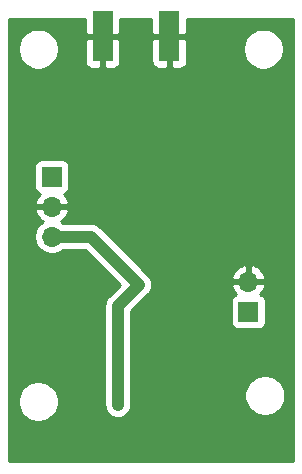
<source format=gbr>
%TF.GenerationSoftware,KiCad,Pcbnew,(5.1.9)-1*%
%TF.CreationDate,2021-03-18T19:40:28-04:00*%
%TF.ProjectId,PowerDetector,506f7765-7244-4657-9465-63746f722e6b,rev?*%
%TF.SameCoordinates,Original*%
%TF.FileFunction,Copper,L2,Bot*%
%TF.FilePolarity,Positive*%
%FSLAX46Y46*%
G04 Gerber Fmt 4.6, Leading zero omitted, Abs format (unit mm)*
G04 Created by KiCad (PCBNEW (5.1.9)-1) date 2021-03-18 19:40:28*
%MOMM*%
%LPD*%
G01*
G04 APERTURE LIST*
%TA.AperFunction,SMDPad,CuDef*%
%ADD10R,1.750000X4.200000*%
%TD*%
%TA.AperFunction,ComponentPad*%
%ADD11O,1.700000X1.700000*%
%TD*%
%TA.AperFunction,ComponentPad*%
%ADD12R,1.700000X1.700000*%
%TD*%
%TA.AperFunction,ViaPad*%
%ADD13C,0.800000*%
%TD*%
%TA.AperFunction,Conductor*%
%ADD14C,1.000000*%
%TD*%
%TA.AperFunction,Conductor*%
%ADD15C,0.500000*%
%TD*%
%TA.AperFunction,Conductor*%
%ADD16C,0.254000*%
%TD*%
%TA.AperFunction,Conductor*%
%ADD17C,0.100000*%
%TD*%
G04 APERTURE END LIST*
D10*
%TO.P,J1,3_2*%
%TO.N,GND*%
X115285000Y-75765000D03*
%TO.P,J1,2_2*%
X120935000Y-75765000D03*
%TD*%
D11*
%TO.P,J4,2*%
%TO.N,GND*%
X127635000Y-96520000D03*
D12*
%TO.P,J4,1*%
%TO.N,Net-(J4-Pad1)*%
X127635000Y-99060000D03*
%TD*%
D11*
%TO.P,J2,3*%
%TO.N,VEE*%
X110998000Y-92710000D03*
%TO.P,J2,2*%
%TO.N,GND*%
X110998000Y-90170000D03*
D12*
%TO.P,J2,1*%
%TO.N,VCC*%
X110998000Y-87630000D03*
%TD*%
D13*
%TO.N,GND*%
X118237000Y-93472000D03*
X108564877Y-79473550D03*
X108564877Y-83473550D03*
X108564877Y-87473550D03*
X108564877Y-91473550D03*
X108564877Y-95473550D03*
X108564877Y-102473550D03*
X108564877Y-109473550D03*
X110564877Y-81473550D03*
X111564877Y-84473550D03*
X111564877Y-96473550D03*
X111564877Y-110473550D03*
X112564877Y-75473550D03*
X112564877Y-79473550D03*
X112564877Y-107473550D03*
X113564877Y-82473550D03*
X113564877Y-89473550D03*
X114564877Y-85473550D03*
X114564877Y-109473550D03*
X115564877Y-80473550D03*
X117564877Y-110473550D03*
X119564877Y-79473550D03*
X120564877Y-82473550D03*
X120564877Y-109473550D03*
X121564877Y-95473550D03*
X122564877Y-80473550D03*
X122564877Y-84473550D03*
X123564877Y-75473550D03*
X123564877Y-105473550D03*
X123564877Y-110473550D03*
X124564877Y-78473550D03*
X124564877Y-82473550D03*
X124564877Y-86473550D03*
X124564877Y-96473550D03*
X125564877Y-103473550D03*
X125564877Y-107473550D03*
X126564877Y-80473550D03*
X126564877Y-84473550D03*
X127564877Y-87473550D03*
X127564877Y-91473550D03*
X127564877Y-101473550D03*
X127564877Y-109473550D03*
X128564877Y-82473550D03*
X128564877Y-94473550D03*
X129564877Y-79473550D03*
X129564877Y-85473550D03*
X129564877Y-89473550D03*
X129564877Y-103473550D03*
%TO.N,VEE*%
X116586000Y-106934000D03*
X118364000Y-96774000D03*
%TD*%
D14*
%TO.N,VEE*%
X116586000Y-106934000D02*
X116586000Y-98552000D01*
X116586000Y-98552000D02*
X118364000Y-96774000D01*
D15*
X118364000Y-96774000D02*
X118364000Y-96774000D01*
D14*
X116586000Y-106934000D02*
X116586000Y-105156000D01*
X114300000Y-92710000D02*
X118364000Y-96774000D01*
X110998000Y-92710000D02*
X114300000Y-92710000D01*
%TD*%
D16*
%TO.N,GND*%
X113775000Y-75479250D02*
X113933750Y-75638000D01*
X115158000Y-75638000D01*
X115158000Y-75618000D01*
X115412000Y-75618000D01*
X115412000Y-75638000D01*
X116636250Y-75638000D01*
X116795000Y-75479250D01*
X116796963Y-74320000D01*
X119423037Y-74320000D01*
X119425000Y-75479250D01*
X119583750Y-75638000D01*
X120808000Y-75638000D01*
X120808000Y-75618000D01*
X121062000Y-75618000D01*
X121062000Y-75638000D01*
X122286250Y-75638000D01*
X122445000Y-75479250D01*
X122446963Y-74320000D01*
X131420001Y-74320000D01*
X131420000Y-111735000D01*
X107340000Y-111735000D01*
X107340000Y-106509117D01*
X108120000Y-106509117D01*
X108120000Y-106850883D01*
X108186675Y-107186081D01*
X108317463Y-107501831D01*
X108507337Y-107785998D01*
X108749002Y-108027663D01*
X109033169Y-108217537D01*
X109348919Y-108348325D01*
X109684117Y-108415000D01*
X110025883Y-108415000D01*
X110361081Y-108348325D01*
X110676831Y-108217537D01*
X110960998Y-108027663D01*
X111202663Y-107785998D01*
X111392537Y-107501831D01*
X111523325Y-107186081D01*
X111590000Y-106850883D01*
X111590000Y-106509117D01*
X111523325Y-106173919D01*
X111392537Y-105858169D01*
X111202663Y-105574002D01*
X110960998Y-105332337D01*
X110676831Y-105142463D01*
X110361081Y-105011675D01*
X110025883Y-104945000D01*
X109684117Y-104945000D01*
X109348919Y-105011675D01*
X109033169Y-105142463D01*
X108749002Y-105332337D01*
X108507337Y-105574002D01*
X108317463Y-105858169D01*
X108186675Y-106173919D01*
X108120000Y-106509117D01*
X107340000Y-106509117D01*
X107340000Y-92563740D01*
X109513000Y-92563740D01*
X109513000Y-92856260D01*
X109570068Y-93143158D01*
X109682010Y-93413411D01*
X109844525Y-93656632D01*
X110051368Y-93863475D01*
X110294589Y-94025990D01*
X110564842Y-94137932D01*
X110851740Y-94195000D01*
X111144260Y-94195000D01*
X111431158Y-94137932D01*
X111701411Y-94025990D01*
X111944632Y-93863475D01*
X111963107Y-93845000D01*
X113829869Y-93845000D01*
X116758868Y-96774000D01*
X115822860Y-97710009D01*
X115779552Y-97745551D01*
X115637717Y-97918377D01*
X115581384Y-98023770D01*
X115532324Y-98115554D01*
X115467423Y-98329502D01*
X115445509Y-98552000D01*
X115451001Y-98607761D01*
X115451000Y-106989751D01*
X115467423Y-107156498D01*
X115532324Y-107370446D01*
X115637716Y-107567623D01*
X115779551Y-107740449D01*
X115952377Y-107882284D01*
X116149553Y-107987676D01*
X116363501Y-108052577D01*
X116586000Y-108074491D01*
X116808498Y-108052577D01*
X117022446Y-107987676D01*
X117219623Y-107882284D01*
X117392449Y-107740449D01*
X117534284Y-107567623D01*
X117639676Y-107370447D01*
X117704577Y-107156499D01*
X117721000Y-106989752D01*
X117721000Y-106001117D01*
X127297000Y-106001117D01*
X127297000Y-106342883D01*
X127363675Y-106678081D01*
X127494463Y-106993831D01*
X127684337Y-107277998D01*
X127926002Y-107519663D01*
X128210169Y-107709537D01*
X128525919Y-107840325D01*
X128861117Y-107907000D01*
X129202883Y-107907000D01*
X129538081Y-107840325D01*
X129853831Y-107709537D01*
X130137998Y-107519663D01*
X130379663Y-107277998D01*
X130569537Y-106993831D01*
X130700325Y-106678081D01*
X130767000Y-106342883D01*
X130767000Y-106001117D01*
X130700325Y-105665919D01*
X130569537Y-105350169D01*
X130379663Y-105066002D01*
X130137998Y-104824337D01*
X129853831Y-104634463D01*
X129538081Y-104503675D01*
X129202883Y-104437000D01*
X128861117Y-104437000D01*
X128525919Y-104503675D01*
X128210169Y-104634463D01*
X127926002Y-104824337D01*
X127684337Y-105066002D01*
X127494463Y-105350169D01*
X127363675Y-105665919D01*
X127297000Y-106001117D01*
X117721000Y-106001117D01*
X117721000Y-99022131D01*
X118533132Y-98210000D01*
X126146928Y-98210000D01*
X126146928Y-99910000D01*
X126159188Y-100034482D01*
X126195498Y-100154180D01*
X126254463Y-100264494D01*
X126333815Y-100361185D01*
X126430506Y-100440537D01*
X126540820Y-100499502D01*
X126660518Y-100535812D01*
X126785000Y-100548072D01*
X128485000Y-100548072D01*
X128609482Y-100535812D01*
X128729180Y-100499502D01*
X128839494Y-100440537D01*
X128936185Y-100361185D01*
X129015537Y-100264494D01*
X129074502Y-100154180D01*
X129110812Y-100034482D01*
X129123072Y-99910000D01*
X129123072Y-98210000D01*
X129110812Y-98085518D01*
X129074502Y-97965820D01*
X129015537Y-97855506D01*
X128936185Y-97758815D01*
X128839494Y-97679463D01*
X128729180Y-97620498D01*
X128648534Y-97596034D01*
X128732588Y-97520269D01*
X128906641Y-97286920D01*
X129031825Y-97024099D01*
X129076476Y-96876890D01*
X128955155Y-96647000D01*
X127762000Y-96647000D01*
X127762000Y-96667000D01*
X127508000Y-96667000D01*
X127508000Y-96647000D01*
X126314845Y-96647000D01*
X126193524Y-96876890D01*
X126238175Y-97024099D01*
X126363359Y-97286920D01*
X126537412Y-97520269D01*
X126621466Y-97596034D01*
X126540820Y-97620498D01*
X126430506Y-97679463D01*
X126333815Y-97758815D01*
X126254463Y-97855506D01*
X126195498Y-97965820D01*
X126159188Y-98085518D01*
X126146928Y-98210000D01*
X118533132Y-98210000D01*
X119127156Y-97615977D01*
X119170448Y-97580448D01*
X119205977Y-97537156D01*
X119205989Y-97537144D01*
X119312284Y-97407623D01*
X119417676Y-97210447D01*
X119482577Y-96996499D01*
X119504491Y-96774000D01*
X119482577Y-96551501D01*
X119417676Y-96337553D01*
X119324435Y-96163110D01*
X126193524Y-96163110D01*
X126314845Y-96393000D01*
X127508000Y-96393000D01*
X127508000Y-95199186D01*
X127762000Y-95199186D01*
X127762000Y-96393000D01*
X128955155Y-96393000D01*
X129076476Y-96163110D01*
X129031825Y-96015901D01*
X128906641Y-95753080D01*
X128732588Y-95519731D01*
X128516355Y-95324822D01*
X128266252Y-95175843D01*
X127991891Y-95078519D01*
X127762000Y-95199186D01*
X127508000Y-95199186D01*
X127278109Y-95078519D01*
X127003748Y-95175843D01*
X126753645Y-95324822D01*
X126537412Y-95519731D01*
X126363359Y-95753080D01*
X126238175Y-96015901D01*
X126193524Y-96163110D01*
X119324435Y-96163110D01*
X119312284Y-96140377D01*
X119170449Y-95967551D01*
X119127141Y-95932009D01*
X115141996Y-91946865D01*
X115106449Y-91903551D01*
X114933623Y-91761716D01*
X114736447Y-91656324D01*
X114522499Y-91591423D01*
X114355752Y-91575000D01*
X114355751Y-91575000D01*
X114300000Y-91569509D01*
X114244249Y-91575000D01*
X111963107Y-91575000D01*
X111944632Y-91556525D01*
X111762466Y-91434805D01*
X111879355Y-91365178D01*
X112095588Y-91170269D01*
X112269641Y-90936920D01*
X112394825Y-90674099D01*
X112439476Y-90526890D01*
X112318155Y-90297000D01*
X111125000Y-90297000D01*
X111125000Y-90317000D01*
X110871000Y-90317000D01*
X110871000Y-90297000D01*
X109677845Y-90297000D01*
X109556524Y-90526890D01*
X109601175Y-90674099D01*
X109726359Y-90936920D01*
X109900412Y-91170269D01*
X110116645Y-91365178D01*
X110233534Y-91434805D01*
X110051368Y-91556525D01*
X109844525Y-91763368D01*
X109682010Y-92006589D01*
X109570068Y-92276842D01*
X109513000Y-92563740D01*
X107340000Y-92563740D01*
X107340000Y-86780000D01*
X109509928Y-86780000D01*
X109509928Y-88480000D01*
X109522188Y-88604482D01*
X109558498Y-88724180D01*
X109617463Y-88834494D01*
X109696815Y-88931185D01*
X109793506Y-89010537D01*
X109903820Y-89069502D01*
X109984466Y-89093966D01*
X109900412Y-89169731D01*
X109726359Y-89403080D01*
X109601175Y-89665901D01*
X109556524Y-89813110D01*
X109677845Y-90043000D01*
X110871000Y-90043000D01*
X110871000Y-90023000D01*
X111125000Y-90023000D01*
X111125000Y-90043000D01*
X112318155Y-90043000D01*
X112439476Y-89813110D01*
X112394825Y-89665901D01*
X112269641Y-89403080D01*
X112095588Y-89169731D01*
X112011534Y-89093966D01*
X112092180Y-89069502D01*
X112202494Y-89010537D01*
X112299185Y-88931185D01*
X112378537Y-88834494D01*
X112437502Y-88724180D01*
X112473812Y-88604482D01*
X112486072Y-88480000D01*
X112486072Y-86780000D01*
X112473812Y-86655518D01*
X112437502Y-86535820D01*
X112378537Y-86425506D01*
X112299185Y-86328815D01*
X112202494Y-86249463D01*
X112092180Y-86190498D01*
X111972482Y-86154188D01*
X111848000Y-86141928D01*
X110148000Y-86141928D01*
X110023518Y-86154188D01*
X109903820Y-86190498D01*
X109793506Y-86249463D01*
X109696815Y-86328815D01*
X109617463Y-86425506D01*
X109558498Y-86535820D01*
X109522188Y-86655518D01*
X109509928Y-86780000D01*
X107340000Y-86780000D01*
X107340000Y-76664117D01*
X108120000Y-76664117D01*
X108120000Y-77005883D01*
X108186675Y-77341081D01*
X108317463Y-77656831D01*
X108507337Y-77940998D01*
X108749002Y-78182663D01*
X109033169Y-78372537D01*
X109348919Y-78503325D01*
X109684117Y-78570000D01*
X110025883Y-78570000D01*
X110361081Y-78503325D01*
X110676831Y-78372537D01*
X110960998Y-78182663D01*
X111202663Y-77940998D01*
X111253443Y-77865000D01*
X113771928Y-77865000D01*
X113784188Y-77989482D01*
X113820498Y-78109180D01*
X113879463Y-78219494D01*
X113958815Y-78316185D01*
X114055506Y-78395537D01*
X114165820Y-78454502D01*
X114285518Y-78490812D01*
X114410000Y-78503072D01*
X114999250Y-78500000D01*
X115158000Y-78341250D01*
X115158000Y-75892000D01*
X115412000Y-75892000D01*
X115412000Y-78341250D01*
X115570750Y-78500000D01*
X116160000Y-78503072D01*
X116284482Y-78490812D01*
X116404180Y-78454502D01*
X116514494Y-78395537D01*
X116611185Y-78316185D01*
X116690537Y-78219494D01*
X116749502Y-78109180D01*
X116785812Y-77989482D01*
X116798072Y-77865000D01*
X119421928Y-77865000D01*
X119434188Y-77989482D01*
X119470498Y-78109180D01*
X119529463Y-78219494D01*
X119608815Y-78316185D01*
X119705506Y-78395537D01*
X119815820Y-78454502D01*
X119935518Y-78490812D01*
X120060000Y-78503072D01*
X120649250Y-78500000D01*
X120808000Y-78341250D01*
X120808000Y-75892000D01*
X121062000Y-75892000D01*
X121062000Y-78341250D01*
X121220750Y-78500000D01*
X121810000Y-78503072D01*
X121934482Y-78490812D01*
X122054180Y-78454502D01*
X122164494Y-78395537D01*
X122261185Y-78316185D01*
X122340537Y-78219494D01*
X122399502Y-78109180D01*
X122435812Y-77989482D01*
X122448072Y-77865000D01*
X122446039Y-76664117D01*
X127170000Y-76664117D01*
X127170000Y-77005883D01*
X127236675Y-77341081D01*
X127367463Y-77656831D01*
X127557337Y-77940998D01*
X127799002Y-78182663D01*
X128083169Y-78372537D01*
X128398919Y-78503325D01*
X128734117Y-78570000D01*
X129075883Y-78570000D01*
X129411081Y-78503325D01*
X129726831Y-78372537D01*
X130010998Y-78182663D01*
X130252663Y-77940998D01*
X130442537Y-77656831D01*
X130573325Y-77341081D01*
X130640000Y-77005883D01*
X130640000Y-76664117D01*
X130573325Y-76328919D01*
X130442537Y-76013169D01*
X130252663Y-75729002D01*
X130010998Y-75487337D01*
X129726831Y-75297463D01*
X129411081Y-75166675D01*
X129075883Y-75100000D01*
X128734117Y-75100000D01*
X128398919Y-75166675D01*
X128083169Y-75297463D01*
X127799002Y-75487337D01*
X127557337Y-75729002D01*
X127367463Y-76013169D01*
X127236675Y-76328919D01*
X127170000Y-76664117D01*
X122446039Y-76664117D01*
X122445000Y-76050750D01*
X122286250Y-75892000D01*
X121062000Y-75892000D01*
X120808000Y-75892000D01*
X119583750Y-75892000D01*
X119425000Y-76050750D01*
X119421928Y-77865000D01*
X116798072Y-77865000D01*
X116795000Y-76050750D01*
X116636250Y-75892000D01*
X115412000Y-75892000D01*
X115158000Y-75892000D01*
X113933750Y-75892000D01*
X113775000Y-76050750D01*
X113771928Y-77865000D01*
X111253443Y-77865000D01*
X111392537Y-77656831D01*
X111523325Y-77341081D01*
X111590000Y-77005883D01*
X111590000Y-76664117D01*
X111523325Y-76328919D01*
X111392537Y-76013169D01*
X111202663Y-75729002D01*
X110960998Y-75487337D01*
X110676831Y-75297463D01*
X110361081Y-75166675D01*
X110025883Y-75100000D01*
X109684117Y-75100000D01*
X109348919Y-75166675D01*
X109033169Y-75297463D01*
X108749002Y-75487337D01*
X108507337Y-75729002D01*
X108317463Y-76013169D01*
X108186675Y-76328919D01*
X108120000Y-76664117D01*
X107340000Y-76664117D01*
X107340000Y-74320000D01*
X113773037Y-74320000D01*
X113775000Y-75479250D01*
%TA.AperFunction,Conductor*%
D17*
G36*
X113775000Y-75479250D02*
G01*
X113933750Y-75638000D01*
X115158000Y-75638000D01*
X115158000Y-75618000D01*
X115412000Y-75618000D01*
X115412000Y-75638000D01*
X116636250Y-75638000D01*
X116795000Y-75479250D01*
X116796963Y-74320000D01*
X119423037Y-74320000D01*
X119425000Y-75479250D01*
X119583750Y-75638000D01*
X120808000Y-75638000D01*
X120808000Y-75618000D01*
X121062000Y-75618000D01*
X121062000Y-75638000D01*
X122286250Y-75638000D01*
X122445000Y-75479250D01*
X122446963Y-74320000D01*
X131420001Y-74320000D01*
X131420000Y-111735000D01*
X107340000Y-111735000D01*
X107340000Y-106509117D01*
X108120000Y-106509117D01*
X108120000Y-106850883D01*
X108186675Y-107186081D01*
X108317463Y-107501831D01*
X108507337Y-107785998D01*
X108749002Y-108027663D01*
X109033169Y-108217537D01*
X109348919Y-108348325D01*
X109684117Y-108415000D01*
X110025883Y-108415000D01*
X110361081Y-108348325D01*
X110676831Y-108217537D01*
X110960998Y-108027663D01*
X111202663Y-107785998D01*
X111392537Y-107501831D01*
X111523325Y-107186081D01*
X111590000Y-106850883D01*
X111590000Y-106509117D01*
X111523325Y-106173919D01*
X111392537Y-105858169D01*
X111202663Y-105574002D01*
X110960998Y-105332337D01*
X110676831Y-105142463D01*
X110361081Y-105011675D01*
X110025883Y-104945000D01*
X109684117Y-104945000D01*
X109348919Y-105011675D01*
X109033169Y-105142463D01*
X108749002Y-105332337D01*
X108507337Y-105574002D01*
X108317463Y-105858169D01*
X108186675Y-106173919D01*
X108120000Y-106509117D01*
X107340000Y-106509117D01*
X107340000Y-92563740D01*
X109513000Y-92563740D01*
X109513000Y-92856260D01*
X109570068Y-93143158D01*
X109682010Y-93413411D01*
X109844525Y-93656632D01*
X110051368Y-93863475D01*
X110294589Y-94025990D01*
X110564842Y-94137932D01*
X110851740Y-94195000D01*
X111144260Y-94195000D01*
X111431158Y-94137932D01*
X111701411Y-94025990D01*
X111944632Y-93863475D01*
X111963107Y-93845000D01*
X113829869Y-93845000D01*
X116758868Y-96774000D01*
X115822860Y-97710009D01*
X115779552Y-97745551D01*
X115637717Y-97918377D01*
X115581384Y-98023770D01*
X115532324Y-98115554D01*
X115467423Y-98329502D01*
X115445509Y-98552000D01*
X115451001Y-98607761D01*
X115451000Y-106989751D01*
X115467423Y-107156498D01*
X115532324Y-107370446D01*
X115637716Y-107567623D01*
X115779551Y-107740449D01*
X115952377Y-107882284D01*
X116149553Y-107987676D01*
X116363501Y-108052577D01*
X116586000Y-108074491D01*
X116808498Y-108052577D01*
X117022446Y-107987676D01*
X117219623Y-107882284D01*
X117392449Y-107740449D01*
X117534284Y-107567623D01*
X117639676Y-107370447D01*
X117704577Y-107156499D01*
X117721000Y-106989752D01*
X117721000Y-106001117D01*
X127297000Y-106001117D01*
X127297000Y-106342883D01*
X127363675Y-106678081D01*
X127494463Y-106993831D01*
X127684337Y-107277998D01*
X127926002Y-107519663D01*
X128210169Y-107709537D01*
X128525919Y-107840325D01*
X128861117Y-107907000D01*
X129202883Y-107907000D01*
X129538081Y-107840325D01*
X129853831Y-107709537D01*
X130137998Y-107519663D01*
X130379663Y-107277998D01*
X130569537Y-106993831D01*
X130700325Y-106678081D01*
X130767000Y-106342883D01*
X130767000Y-106001117D01*
X130700325Y-105665919D01*
X130569537Y-105350169D01*
X130379663Y-105066002D01*
X130137998Y-104824337D01*
X129853831Y-104634463D01*
X129538081Y-104503675D01*
X129202883Y-104437000D01*
X128861117Y-104437000D01*
X128525919Y-104503675D01*
X128210169Y-104634463D01*
X127926002Y-104824337D01*
X127684337Y-105066002D01*
X127494463Y-105350169D01*
X127363675Y-105665919D01*
X127297000Y-106001117D01*
X117721000Y-106001117D01*
X117721000Y-99022131D01*
X118533132Y-98210000D01*
X126146928Y-98210000D01*
X126146928Y-99910000D01*
X126159188Y-100034482D01*
X126195498Y-100154180D01*
X126254463Y-100264494D01*
X126333815Y-100361185D01*
X126430506Y-100440537D01*
X126540820Y-100499502D01*
X126660518Y-100535812D01*
X126785000Y-100548072D01*
X128485000Y-100548072D01*
X128609482Y-100535812D01*
X128729180Y-100499502D01*
X128839494Y-100440537D01*
X128936185Y-100361185D01*
X129015537Y-100264494D01*
X129074502Y-100154180D01*
X129110812Y-100034482D01*
X129123072Y-99910000D01*
X129123072Y-98210000D01*
X129110812Y-98085518D01*
X129074502Y-97965820D01*
X129015537Y-97855506D01*
X128936185Y-97758815D01*
X128839494Y-97679463D01*
X128729180Y-97620498D01*
X128648534Y-97596034D01*
X128732588Y-97520269D01*
X128906641Y-97286920D01*
X129031825Y-97024099D01*
X129076476Y-96876890D01*
X128955155Y-96647000D01*
X127762000Y-96647000D01*
X127762000Y-96667000D01*
X127508000Y-96667000D01*
X127508000Y-96647000D01*
X126314845Y-96647000D01*
X126193524Y-96876890D01*
X126238175Y-97024099D01*
X126363359Y-97286920D01*
X126537412Y-97520269D01*
X126621466Y-97596034D01*
X126540820Y-97620498D01*
X126430506Y-97679463D01*
X126333815Y-97758815D01*
X126254463Y-97855506D01*
X126195498Y-97965820D01*
X126159188Y-98085518D01*
X126146928Y-98210000D01*
X118533132Y-98210000D01*
X119127156Y-97615977D01*
X119170448Y-97580448D01*
X119205977Y-97537156D01*
X119205989Y-97537144D01*
X119312284Y-97407623D01*
X119417676Y-97210447D01*
X119482577Y-96996499D01*
X119504491Y-96774000D01*
X119482577Y-96551501D01*
X119417676Y-96337553D01*
X119324435Y-96163110D01*
X126193524Y-96163110D01*
X126314845Y-96393000D01*
X127508000Y-96393000D01*
X127508000Y-95199186D01*
X127762000Y-95199186D01*
X127762000Y-96393000D01*
X128955155Y-96393000D01*
X129076476Y-96163110D01*
X129031825Y-96015901D01*
X128906641Y-95753080D01*
X128732588Y-95519731D01*
X128516355Y-95324822D01*
X128266252Y-95175843D01*
X127991891Y-95078519D01*
X127762000Y-95199186D01*
X127508000Y-95199186D01*
X127278109Y-95078519D01*
X127003748Y-95175843D01*
X126753645Y-95324822D01*
X126537412Y-95519731D01*
X126363359Y-95753080D01*
X126238175Y-96015901D01*
X126193524Y-96163110D01*
X119324435Y-96163110D01*
X119312284Y-96140377D01*
X119170449Y-95967551D01*
X119127141Y-95932009D01*
X115141996Y-91946865D01*
X115106449Y-91903551D01*
X114933623Y-91761716D01*
X114736447Y-91656324D01*
X114522499Y-91591423D01*
X114355752Y-91575000D01*
X114355751Y-91575000D01*
X114300000Y-91569509D01*
X114244249Y-91575000D01*
X111963107Y-91575000D01*
X111944632Y-91556525D01*
X111762466Y-91434805D01*
X111879355Y-91365178D01*
X112095588Y-91170269D01*
X112269641Y-90936920D01*
X112394825Y-90674099D01*
X112439476Y-90526890D01*
X112318155Y-90297000D01*
X111125000Y-90297000D01*
X111125000Y-90317000D01*
X110871000Y-90317000D01*
X110871000Y-90297000D01*
X109677845Y-90297000D01*
X109556524Y-90526890D01*
X109601175Y-90674099D01*
X109726359Y-90936920D01*
X109900412Y-91170269D01*
X110116645Y-91365178D01*
X110233534Y-91434805D01*
X110051368Y-91556525D01*
X109844525Y-91763368D01*
X109682010Y-92006589D01*
X109570068Y-92276842D01*
X109513000Y-92563740D01*
X107340000Y-92563740D01*
X107340000Y-86780000D01*
X109509928Y-86780000D01*
X109509928Y-88480000D01*
X109522188Y-88604482D01*
X109558498Y-88724180D01*
X109617463Y-88834494D01*
X109696815Y-88931185D01*
X109793506Y-89010537D01*
X109903820Y-89069502D01*
X109984466Y-89093966D01*
X109900412Y-89169731D01*
X109726359Y-89403080D01*
X109601175Y-89665901D01*
X109556524Y-89813110D01*
X109677845Y-90043000D01*
X110871000Y-90043000D01*
X110871000Y-90023000D01*
X111125000Y-90023000D01*
X111125000Y-90043000D01*
X112318155Y-90043000D01*
X112439476Y-89813110D01*
X112394825Y-89665901D01*
X112269641Y-89403080D01*
X112095588Y-89169731D01*
X112011534Y-89093966D01*
X112092180Y-89069502D01*
X112202494Y-89010537D01*
X112299185Y-88931185D01*
X112378537Y-88834494D01*
X112437502Y-88724180D01*
X112473812Y-88604482D01*
X112486072Y-88480000D01*
X112486072Y-86780000D01*
X112473812Y-86655518D01*
X112437502Y-86535820D01*
X112378537Y-86425506D01*
X112299185Y-86328815D01*
X112202494Y-86249463D01*
X112092180Y-86190498D01*
X111972482Y-86154188D01*
X111848000Y-86141928D01*
X110148000Y-86141928D01*
X110023518Y-86154188D01*
X109903820Y-86190498D01*
X109793506Y-86249463D01*
X109696815Y-86328815D01*
X109617463Y-86425506D01*
X109558498Y-86535820D01*
X109522188Y-86655518D01*
X109509928Y-86780000D01*
X107340000Y-86780000D01*
X107340000Y-76664117D01*
X108120000Y-76664117D01*
X108120000Y-77005883D01*
X108186675Y-77341081D01*
X108317463Y-77656831D01*
X108507337Y-77940998D01*
X108749002Y-78182663D01*
X109033169Y-78372537D01*
X109348919Y-78503325D01*
X109684117Y-78570000D01*
X110025883Y-78570000D01*
X110361081Y-78503325D01*
X110676831Y-78372537D01*
X110960998Y-78182663D01*
X111202663Y-77940998D01*
X111253443Y-77865000D01*
X113771928Y-77865000D01*
X113784188Y-77989482D01*
X113820498Y-78109180D01*
X113879463Y-78219494D01*
X113958815Y-78316185D01*
X114055506Y-78395537D01*
X114165820Y-78454502D01*
X114285518Y-78490812D01*
X114410000Y-78503072D01*
X114999250Y-78500000D01*
X115158000Y-78341250D01*
X115158000Y-75892000D01*
X115412000Y-75892000D01*
X115412000Y-78341250D01*
X115570750Y-78500000D01*
X116160000Y-78503072D01*
X116284482Y-78490812D01*
X116404180Y-78454502D01*
X116514494Y-78395537D01*
X116611185Y-78316185D01*
X116690537Y-78219494D01*
X116749502Y-78109180D01*
X116785812Y-77989482D01*
X116798072Y-77865000D01*
X119421928Y-77865000D01*
X119434188Y-77989482D01*
X119470498Y-78109180D01*
X119529463Y-78219494D01*
X119608815Y-78316185D01*
X119705506Y-78395537D01*
X119815820Y-78454502D01*
X119935518Y-78490812D01*
X120060000Y-78503072D01*
X120649250Y-78500000D01*
X120808000Y-78341250D01*
X120808000Y-75892000D01*
X121062000Y-75892000D01*
X121062000Y-78341250D01*
X121220750Y-78500000D01*
X121810000Y-78503072D01*
X121934482Y-78490812D01*
X122054180Y-78454502D01*
X122164494Y-78395537D01*
X122261185Y-78316185D01*
X122340537Y-78219494D01*
X122399502Y-78109180D01*
X122435812Y-77989482D01*
X122448072Y-77865000D01*
X122446039Y-76664117D01*
X127170000Y-76664117D01*
X127170000Y-77005883D01*
X127236675Y-77341081D01*
X127367463Y-77656831D01*
X127557337Y-77940998D01*
X127799002Y-78182663D01*
X128083169Y-78372537D01*
X128398919Y-78503325D01*
X128734117Y-78570000D01*
X129075883Y-78570000D01*
X129411081Y-78503325D01*
X129726831Y-78372537D01*
X130010998Y-78182663D01*
X130252663Y-77940998D01*
X130442537Y-77656831D01*
X130573325Y-77341081D01*
X130640000Y-77005883D01*
X130640000Y-76664117D01*
X130573325Y-76328919D01*
X130442537Y-76013169D01*
X130252663Y-75729002D01*
X130010998Y-75487337D01*
X129726831Y-75297463D01*
X129411081Y-75166675D01*
X129075883Y-75100000D01*
X128734117Y-75100000D01*
X128398919Y-75166675D01*
X128083169Y-75297463D01*
X127799002Y-75487337D01*
X127557337Y-75729002D01*
X127367463Y-76013169D01*
X127236675Y-76328919D01*
X127170000Y-76664117D01*
X122446039Y-76664117D01*
X122445000Y-76050750D01*
X122286250Y-75892000D01*
X121062000Y-75892000D01*
X120808000Y-75892000D01*
X119583750Y-75892000D01*
X119425000Y-76050750D01*
X119421928Y-77865000D01*
X116798072Y-77865000D01*
X116795000Y-76050750D01*
X116636250Y-75892000D01*
X115412000Y-75892000D01*
X115158000Y-75892000D01*
X113933750Y-75892000D01*
X113775000Y-76050750D01*
X113771928Y-77865000D01*
X111253443Y-77865000D01*
X111392537Y-77656831D01*
X111523325Y-77341081D01*
X111590000Y-77005883D01*
X111590000Y-76664117D01*
X111523325Y-76328919D01*
X111392537Y-76013169D01*
X111202663Y-75729002D01*
X110960998Y-75487337D01*
X110676831Y-75297463D01*
X110361081Y-75166675D01*
X110025883Y-75100000D01*
X109684117Y-75100000D01*
X109348919Y-75166675D01*
X109033169Y-75297463D01*
X108749002Y-75487337D01*
X108507337Y-75729002D01*
X108317463Y-76013169D01*
X108186675Y-76328919D01*
X108120000Y-76664117D01*
X107340000Y-76664117D01*
X107340000Y-74320000D01*
X113773037Y-74320000D01*
X113775000Y-75479250D01*
G37*
%TD.AperFunction*%
%TD*%
M02*

</source>
